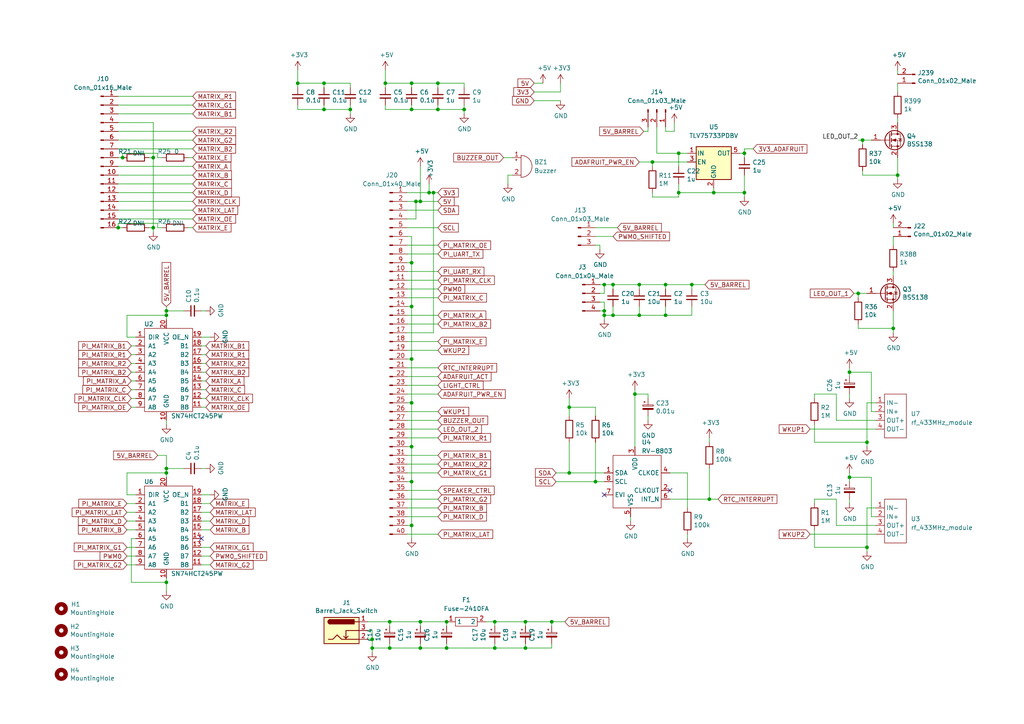
<source format=kicad_sch>
(kicad_sch (version 20231120) (generator "eeschema") (generator_version "8.0")
  (paper "A4")
  (junction (at 48.26 91.44))
  (junction (at 207.01 55.88))
  (junction (at 184.15 114.3))
  (junction (at 127 24.13))
  (junction (at 119.38 76.2))
  (junction (at 119.38 116.84))
  (junction (at 35.56 45.72))
  (junction (at 193.04 91.44))
  (junction (at 185.42 91.44))
  (junction (at 120.65 58.42))
  (junction (at 134.62 31.75))
  (junction (at 107.95 185.42))
  (junction (at 111.76 24.13))
  (junction (at 129.54 187.96))
  (junction (at 119.38 152.4))
  (junction (at 121.92 180.34))
  (junction (at 119.38 139.7))
  (junction (at 246.38 138.43))
  (junction (at 119.38 129.54))
  (junction (at 250.19 40.64))
  (junction (at 260.35 50.8))
  (junction (at 119.38 88.9))
  (junction (at 152.4 180.34))
  (junction (at 196.85 44.45))
  (junction (at 44.45 45.72))
  (junction (at 44.45 66.04))
  (junction (at 251.46 128.27))
  (junction (at 86.36 24.13))
  (junction (at 152.4 187.96))
  (junction (at 93.98 24.13))
  (junction (at 125.73 55.88))
  (junction (at 121.92 58.42))
  (junction (at 175.26 90.17))
  (junction (at 215.9 44.45))
  (junction (at 107.95 187.96))
  (junction (at 127 31.75))
  (junction (at 93.98 31.75))
  (junction (at 205.74 144.78))
  (junction (at 124.46 55.88))
  (junction (at 175.26 82.55))
  (junction (at 165.1 137.16))
  (junction (at 119.38 104.14))
  (junction (at 193.04 82.55))
  (junction (at 177.8 91.44))
  (junction (at 251.46 158.75))
  (junction (at 177.8 82.55))
  (junction (at 48.26 135.89))
  (junction (at 248.92 85.09))
  (junction (at 113.03 187.96))
  (junction (at 143.51 180.34))
  (junction (at 185.42 82.55))
  (junction (at 129.54 180.34))
  (junction (at 143.51 187.96))
  (junction (at 246.38 107.95))
  (junction (at 48.26 90.17))
  (junction (at 113.03 180.34))
  (junction (at 119.38 24.13))
  (junction (at 215.9 55.88))
  (junction (at 189.23 46.99))
  (junction (at 172.72 139.7))
  (junction (at 48.26 168.91))
  (junction (at 34.29 66.04))
  (junction (at 101.6 31.75))
  (junction (at 200.66 82.55))
  (junction (at 175.26 91.44))
  (junction (at 119.38 31.75))
  (junction (at 48.26 137.16))
  (junction (at 196.85 55.88))
  (junction (at 160.02 180.34))
  (junction (at 121.92 187.96))
  (junction (at 165.1 118.11))
  (junction (at 259.08 95.25))
  (no_connect (at 58.42 -6.35))
  (no_connect (at 58.42 156.21))
  (no_connect (at 175.26 143.51))
  (no_connect (at 194.31 142.24))
  (wire (pts (xy 195.58 38.1) (xy 195.58 35.56)))
  (wire (pts (xy 172.72 68.58) (xy 177.8 68.58)))
  (wire (pts (xy 118.11 149.86) (xy 127 149.86)))
  (wire (pts (xy 34.29 30.48) (xy 55.88 30.48)))
  (wire (pts (xy 48.26 90.17) (xy 48.26 91.44)))
  (wire (pts (xy 36.83 163.83) (xy 39.37 163.83)))
  (wire (pts (xy 118.11 154.94) (xy 127 154.94)))
  (wire (pts (xy 118.11 119.38) (xy 127 119.38)))
  (wire (pts (xy 118.11 55.88) (xy 124.46 55.88)))
  (wire (pts (xy 184.15 114.3) (xy 187.96 114.3)))
  (wire (pts (xy 215.9 55.88) (xy 215.9 57.15)))
  (wire (pts (xy 118.11 134.62) (xy 127 134.62)))
  (wire (pts (xy 143.51 180.34) (xy 152.4 180.34)))
  (wire (pts (xy 251.46 116.84) (xy 251.46 128.27)))
  (wire (pts (xy 58.42 100.33) (xy 59.69 100.33)))
  (wire (pts (xy 254 152.4) (xy 242.57 152.4)))
  (wire (pts (xy 118.11 124.46) (xy 127 124.46)))
  (wire (pts (xy 34.29 33.02) (xy 55.88 33.02)))
  (wire (pts (xy 236.22 144.78) (xy 236.22 146.05)))
  (wire (pts (xy 190.5 44.45) (xy 196.85 44.45)))
  (wire (pts (xy 48.26 135.89) (xy 48.26 137.16)))
  (wire (pts (xy 177.8 91.44) (xy 175.26 91.44)))
  (wire (pts (xy 207.01 55.88) (xy 215.9 55.88)))
  (wire (pts (xy 252.73 40.64) (xy 250.19 40.64)))
  (wire (pts (xy 58.42 105.41) (xy 59.69 105.41)))
  (wire (pts (xy 34.29 53.34) (xy 55.88 53.34)))
  (wire (pts (xy 38.1 168.91) (xy 48.26 168.91)))
  (wire (pts (xy 152.4 180.34) (xy 152.4 181.61)))
  (wire (pts (xy 107.95 185.42) (xy 107.95 182.88)))
  (wire (pts (xy 160.02 180.34) (xy 160.02 181.61)))
  (wire (pts (xy 118.11 93.98) (xy 127 93.98)))
  (wire (pts (xy 38.1 100.33) (xy 39.37 100.33)))
  (wire (pts (xy 119.38 76.2) (xy 119.38 68.58)))
  (wire (pts (xy 118.11 139.7) (xy 119.38 139.7)))
  (wire (pts (xy 250.19 40.64) (xy 250.19 41.91)))
  (wire (pts (xy 251.46 158.75) (xy 251.46 160.02)))
  (wire (pts (xy 259.08 66.04) (xy 259.08 64.77)))
  (wire (pts (xy 34.29 48.26) (xy 55.88 48.26)))
  (wire (pts (xy 48.26 168.91) (xy 48.26 171.45)))
  (wire (pts (xy 254 149.86) (xy 252.73 149.86)))
  (wire (pts (xy 107.95 182.88) (xy 106.68 182.88)))
  (wire (pts (xy 119.38 24.13) (xy 111.76 24.13)))
  (wire (pts (xy 107.95 187.96) (xy 107.95 189.23)))
  (wire (pts (xy 127 24.13) (xy 127 25.4)))
  (wire (pts (xy 242.57 121.92) (xy 242.57 114.3)))
  (wire (pts (xy 34.29 27.94) (xy 55.88 27.94)))
  (wire (pts (xy 184.15 114.3) (xy 184.15 129.54)))
  (wire (pts (xy 165.1 118.11) (xy 165.1 120.65)))
  (wire (pts (xy 196.85 55.88) (xy 207.01 55.88)))
  (wire (pts (xy 175.26 92.71) (xy 175.26 91.44)))
  (wire (pts (xy 35.56 44.45) (xy 35.56 45.72)))
  (wire (pts (xy 175.26 85.09) (xy 173.99 85.09)))
  (wire (pts (xy 246.38 107.95) (xy 246.38 109.22)))
  (wire (pts (xy 250.19 40.64) (xy 248.92 40.64)))
  (wire (pts (xy 36.83 91.44) (xy 36.83 97.79)))
  (wire (pts (xy 242.57 114.3) (xy 236.22 114.3)))
  (wire (pts (xy 111.76 31.75) (xy 119.38 31.75)))
  (wire (pts (xy 48.26 132.08) (xy 45.72 132.08)))
  (wire (pts (xy 111.76 25.4) (xy 111.76 24.13)))
  (wire (pts (xy 58.42 118.11) (xy 59.69 118.11)))
  (wire (pts (xy 186.69 38.1) (xy 187.96 38.1)))
  (wire (pts (xy 44.45 35.56) (xy 44.45 45.72)))
  (wire (pts (xy 236.22 128.27) (xy 236.22 123.19)))
  (wire (pts (xy 173.99 71.12) (xy 173.99 72.39)))
  (wire (pts (xy 165.1 137.16) (xy 175.26 137.16)))
  (wire (pts (xy 118.11 83.82) (xy 127 83.82)))
  (wire (pts (xy 193.04 82.55) (xy 193.04 83.82)))
  (wire (pts (xy 119.38 116.84) (xy 119.38 129.54)))
  (wire (pts (xy 182.88 149.86) (xy 182.88 151.13)))
  (wire (pts (xy 172.72 71.12) (xy 173.99 71.12)))
  (wire (pts (xy 118.11 147.32) (xy 127 147.32)))
  (wire (pts (xy 193.04 36.83) (xy 193.04 38.1)))
  (wire (pts (xy 127 24.13) (xy 119.38 24.13)))
  (wire (pts (xy 118.11 109.22) (xy 127 109.22)))
  (wire (pts (xy 106.68 185.42) (xy 107.95 185.42)))
  (wire (pts (xy 48.26 135.89) (xy 53.34 135.89)))
  (wire (pts (xy 187.96 120.65) (xy 187.96 121.92)))
  (wire (pts (xy 215.9 44.45) (xy 214.63 44.45)))
  (wire (pts (xy 199.39 154.94) (xy 199.39 156.21)))
  (wire (pts (xy 118.11 106.68) (xy 127 106.68)))
  (wire (pts (xy 54.61 45.72) (xy 55.88 45.72)))
  (wire (pts (xy 251.46 147.32) (xy 251.46 158.75)))
  (wire (pts (xy 259.08 95.25) (xy 259.08 90.17)))
  (wire (pts (xy 119.38 139.7) (xy 119.38 129.54)))
  (wire (pts (xy 165.1 128.27) (xy 165.1 137.16)))
  (wire (pts (xy 48.26 90.17) (xy 53.34 90.17)))
  (wire (pts (xy 250.19 50.8) (xy 260.35 50.8)))
  (wire (pts (xy 127 71.12) (xy 118.11 71.12)))
  (wire (pts (xy 236.22 114.3) (xy 236.22 115.57)))
  (wire (pts (xy 36.83 143.51) (xy 39.37 143.51)))
  (wire (pts (xy 45.72 64.77) (xy 34.29 64.77)))
  (wire (pts (xy 118.11 96.52) (xy 125.73 96.52)))
  (wire (pts (xy 118.11 73.66) (xy 127 73.66)))
  (wire (pts (xy 86.36 25.4) (xy 86.36 24.13)))
  (wire (pts (xy 36.83 137.16) (xy 48.26 137.16)))
  (wire (pts (xy 161.29 139.7) (xy 172.72 139.7)))
  (wire (pts (xy 45.72 44.45) (xy 35.56 44.45)))
  (wire (pts (xy 200.66 91.44) (xy 193.04 91.44)))
  (wire (pts (xy 36.83 146.05) (xy 39.37 146.05)))
  (wire (pts (xy 173.99 90.17) (xy 175.26 90.17)))
  (wire (pts (xy 207.01 54.61) (xy 207.01 55.88)))
  (wire (pts (xy 200.66 82.55) (xy 200.66 83.82)))
  (wire (pts (xy 189.23 55.88) (xy 189.23 57.15)))
  (wire (pts (xy 34.29 35.56) (xy 44.45 35.56)))
  (wire (pts (xy 196.85 44.45) (xy 196.85 48.26)))
  (wire (pts (xy 160.02 186.69) (xy 160.02 187.96)))
  (wire (pts (xy 46.99 45.72) (xy 45.72 45.72)))
  (wire (pts (xy 172.72 139.7) (xy 175.26 139.7)))
  (wire (pts (xy 121.92 58.42) (xy 121.92 48.26)))
  (wire (pts (xy 118.11 81.28) (xy 127 81.28)))
  (wire (pts (xy 215.9 45.72) (xy 215.9 44.45)))
  (wire (pts (xy 196.85 57.15) (xy 196.85 55.88)))
  (wire (pts (xy 252.73 138.43) (xy 252.73 149.86)))
  (wire (pts (xy 48.26 88.9) (xy 48.26 90.17)))
  (wire (pts (xy 248.92 93.98) (xy 248.92 95.25)))
  (wire (pts (xy 120.65 63.5) (xy 120.65 58.42)))
  (wire (pts (xy 234.95 124.46) (xy 254 124.46)))
  (wire (pts (xy 160.02 180.34) (xy 163.83 180.34)))
  (wire (pts (xy 58.42 135.89) (xy 59.69 135.89)))
  (wire (pts (xy 113.03 180.34) (xy 121.92 180.34)))
  (wire (pts (xy 134.62 24.13) (xy 127 24.13)))
  (wire (pts (xy 118.11 142.24) (xy 127 142.24)))
  (wire (pts (xy 129.54 187.96) (xy 121.92 187.96)))
  (wire (pts (xy 45.72 45.72) (xy 45.72 44.45)))
  (wire (pts (xy 36.83 91.44) (xy 48.26 91.44)))
  (wire (pts (xy 86.36 31.75) (xy 93.98 31.75)))
  (wire (pts (xy 93.98 24.13) (xy 86.36 24.13)))
  (wire (pts (xy 251.46 128.27) (xy 251.46 129.54)))
  (wire (pts (xy 106.68 180.34) (xy 113.03 180.34)))
  (wire (pts (xy 129.54 187.96) (xy 143.51 187.96)))
  (wire (pts (xy 260.35 26.67) (xy 260.35 24.13)))
  (wire (pts (xy 259.08 71.12) (xy 259.08 68.58)))
  (wire (pts (xy 196.85 44.45) (xy 199.39 44.45)))
  (wire (pts (xy 260.35 50.8) (xy 260.35 45.72)))
  (wire (pts (xy 127 31.75) (xy 134.62 31.75)))
  (wire (pts (xy 119.38 88.9) (xy 119.38 76.2)))
  (wire (pts (xy 111.76 20.32) (xy 111.76 24.13)))
  (wire (pts (xy 34.29 38.1) (xy 55.88 38.1)))
  (wire (pts (xy 125.73 55.88) (xy 127 55.88)))
  (wire (pts (xy 121.92 186.69) (xy 121.92 187.96)))
  (wire (pts (xy 111.76 30.48) (xy 111.76 31.75)))
  (wire (pts (xy 193.04 88.9) (xy 193.04 91.44)))
  (wire (pts (xy 248.92 85.09) (xy 247.65 85.09)))
  (wire (pts (xy 118.11 99.06) (xy 127 99.06)))
  (wire (pts (xy 146.05 45.72) (xy 148.59 45.72)))
  (wire (pts (xy 252.73 107.95) (xy 252.73 119.38)))
  (wire (pts (xy 250.19 49.53) (xy 250.19 50.8)))
  (wire (pts (xy 157.48 24.13) (xy 154.94 24.13)))
  (wire (pts (xy 86.36 20.32) (xy 86.36 24.13)))
  (wire (pts (xy 189.23 57.15) (xy 196.85 57.15)))
  (wire (pts (xy 175.26 87.63) (xy 173.99 87.63)))
  (wire (pts (xy 36.83 151.13) (xy 39.37 151.13)))
  (wire (pts (xy 38.1 105.41) (xy 39.37 105.41)))
  (wire (pts (xy 200.66 88.9) (xy 200.66 91.44)))
  (wire (pts (xy 154.94 29.21) (xy 162.56 29.21)))
  (wire (pts (xy 113.03 180.34) (xy 113.03 181.61)))
  (wire (pts (xy 242.57 152.4) (xy 242.57 144.78)))
  (wire (pts (xy 246.38 137.16) (xy 246.38 138.43)))
  (wire (pts (xy 193.04 91.44) (xy 185.42 91.44)))
  (wire (pts (xy 118.11 111.76) (xy 127 111.76)))
  (wire (pts (xy 121.92 180.34) (xy 121.92 181.61)))
  (wire (pts (xy 129.54 180.34) (xy 129.54 181.61)))
  (wire (pts (xy 193.04 82.55) (xy 200.66 82.55)))
  (wire (pts (xy 34.29 50.8) (xy 55.88 50.8)))
  (wire (pts (xy 48.26 91.44) (xy 48.26 92.71)))
  (wire (pts (xy 121.92 180.34) (xy 129.54 180.34)))
  (wire (pts (xy 162.56 26.67) (xy 162.56 24.13)))
  (wire (pts (xy 38.1 102.87) (xy 39.37 102.87)))
  (wire (pts (xy 215.9 55.88) (xy 215.9 50.8)))
  (wire (pts (xy 118.11 116.84) (xy 119.38 116.84)))
  (wire (pts (xy 252.73 107.95) (xy 246.38 107.95)))
  (wire (pts (xy 260.35 35.56) (xy 260.35 34.29)))
  (wire (pts (xy 118.11 60.96) (xy 127 60.96)))
  (wire (pts (xy 48.26 123.19) (xy 48.26 121.92)))
  (wire (pts (xy 161.29 137.16) (xy 165.1 137.16)))
  (wire (pts (xy 119.38 104.14) (xy 119.38 116.84)))
  (wire (pts (xy 86.36 30.48) (xy 86.36 31.75)))
  (wire (pts (xy 58.42 113.03) (xy 59.69 113.03)))
  (wire (pts (xy 48.26 132.08) (xy 48.26 135.89)))
  (wire (pts (xy 34.29 40.64) (xy 55.88 40.64)))
  (wire (pts (xy 38.1 115.57) (xy 39.37 115.57)))
  (wire (pts (xy 118.11 121.92) (xy 127 121.92)))
  (wire (pts (xy 248.92 85.09) (xy 248.92 86.36)))
  (wire (pts (xy 93.98 31.75) (xy 101.6 31.75)))
  (wire (pts (xy 185.42 46.99) (xy 189.23 46.99)))
  (wire (pts (xy 101.6 30.48) (xy 101.6 31.75)))
  (wire (pts (xy 134.62 31.75) (xy 134.62 33.02)))
  (wire (pts (xy 173.99 82.55) (xy 175.26 82.55)))
  (wire (pts (xy 119.38 104.14) (xy 119.38 88.9)))
  (wire (pts (xy 147.32 53.34) (xy 147.32 50.8)))
  (wire (pts (xy 118.11 101.6) (xy 127 101.6)))
  (wire (pts (xy 118.11 129.54) (xy 119.38 129.54)))
  (wire (pts (xy 200.66 82.55) (xy 204.47 82.55)))
  (wire (pts (xy 193.04 38.1) (xy 195.58 38.1)))
  (wire (pts (xy 246.38 139.7) (xy 246.38 138.43)))
  (wire (pts (xy 147.32 50.8) (xy 148.59 50.8)))
  (wire (pts (xy 125.73 96.52) (xy 125.73 55.88)))
  (wire (pts (xy 205.74 135.89) (xy 205.74 144.78)))
  (wire (pts (xy 234.95 154.94) (xy 254 154.94)))
  (wire (pts (xy 58.42 153.67) (xy 60.96 153.67)))
  (wire (pts (xy 134.62 31.75) (xy 134.62 30.48)))
  (wire (pts (xy 36.83 158.75) (xy 39.37 158.75)))
  (wire (pts (xy 205.74 127) (xy 205.74 128.27)))
  (wire (pts (xy 172.72 120.65) (xy 172.72 118.11)))
  (wire (pts (xy 118.11 114.3) (xy 127 114.3)))
  (wire (pts (xy 93.98 30.48) (xy 93.98 31.75)))
  (wire (pts (xy 38.1 156.21) (xy 39.37 156.21)))
  (wire (pts (xy 190.5 36.83) (xy 190.5 44.45)))
  (wire (pts (xy 205.74 144.78) (xy 208.28 144.78)))
  (wire (pts (xy 246.38 114.3) (xy 246.38 115.57)))
  (wire (pts (xy 127 30.48) (xy 127 31.75)))
  (wire (pts (xy 58.42 148.59) (xy 60.96 148.59)))
  (wire (pts (xy 34.29 66.04) (xy 35.56 66.04)))
  (wire (pts (xy 120.65 58.42) (xy 121.92 58.42)))
  (wire (pts (xy 119.38 31.75) (xy 127 31.75)))
  (wire (pts (xy 118.11 76.2) (xy 119.38 76.2)))
  (wire (pts (xy 118.11 78.74) (xy 127 78.74)))
  (wire (pts (xy 119.38 24.13) (xy 119.38 25.4)))
  (wire (pts (xy 175.26 90.17) (xy 175.26 87.63)))
  (wire (pts (xy 199.39 137.16) (xy 194.31 137.16)))
  (wire (pts (xy 34.29 55.88) (xy 55.88 55.88)))
  (wire (pts (xy 143.51 180.34) (xy 143.51 181.61)))
  (wire (pts (xy 118.11 137.16) (xy 127 137.16)))
  (wire (pts (xy 172.72 66.04) (xy 179.07 66.04)))
  (wire (pts (xy 58.42 90.17) (xy 59.69 90.17)))
  (wire (pts (xy 54.61 66.04) (xy 55.88 66.04)))
  (wire (pts (xy 129.54 186.69) (xy 129.54 187.96)))
  (wire (pts (xy 58.42 161.29) (xy 60.96 161.29)))
  (wire (pts (xy 118.11 127) (xy 127 127)))
  (wire (pts (xy 45.72 66.04) (xy 45.72 64.77)))
  (wire (pts (xy 121.92 58.42) (xy 127 58.42)))
  (wire (pts (xy 119.38 156.21) (xy 119.38 152.4)))
  (wire (pts (xy 58.42 163.83) (xy 60.96 163.83)))
  (wire (pts (xy 172.72 128.27) (xy 172.72 139.7)))
  (wire (pts (xy 44.45 66.04) (xy 44.45 67.31)))
  (wire (pts (xy 177.8 88.9) (xy 177.8 91.44)))
  (wire (pts (xy 143.51 187.96) (xy 143.51 186.69)))
  (wire (pts (xy 101.6 24.13) (xy 93.98 24.13)))
  (wire (pts (xy 48.26 167.64) (xy 48.26 168.91)))
  (wire (pts (xy 177.8 82.55) (xy 177.8 83.82)))
  (wire (pts (xy 172.72 118.11) (xy 165.1 118.11)))
  (wire (pts (xy 236.22 158.75) (xy 236.22 153.67)))
  (wire (pts (xy 246.38 106.68) (xy 246.38 107.95)))
  (wire (pts (xy 118.11 86.36) (xy 127 86.36)))
  (wire (pts (xy 38.1 113.03) (xy 39.37 113.03)))
  (wire (pts (xy 185.42 82.55) (xy 185.42 83.82)))
  (wire (pts (xy 152.4 180.34) (xy 160.02 180.34)))
  (wire (pts (xy 34.29 58.42) (xy 55.88 58.42)))
  (wire (pts (xy 160.02 187.96) (xy 152.4 187.96)))
  (wire (pts (xy 254 147.32) (xy 251.46 147.32)))
  (wire (pts (xy 36.83 137.16) (xy 36.83 143.51)))
  (wire (pts (xy 38.1 107.95) (xy 39.37 107.95)))
  (wire (pts (xy 58.42 102.87) (xy 59.69 102.87)))
  (wire (pts (xy 134.62 25.4) (xy 134.62 24.13)))
  (wire (pts (xy 259.08 96.52) (xy 259.08 95.25)))
  (wire (pts (xy 236.22 158.75) (xy 251.46 158.75)))
  (wire (pts (xy 36.83 161.29) (xy 39.37 161.29)))
  (wire (pts (xy 58.42 110.49) (xy 59.69 110.49)))
  (wire (pts (xy 36.83 97.79) (xy 39.37 97.79)))
  (wire (pts (xy 119.38 68.58) (xy 118.11 68.58)))
  (wire (pts (xy 187.96 38.1) (xy 187.96 36.83)))
  (wire (pts (xy 165.1 115.57) (xy 165.1 118.11)))
  (wire (pts (xy 185.42 91.44) (xy 177.8 91.44)))
  (wire (pts (xy 251.46 85.09) (xy 248.92 85.09)))
  (wire (pts (xy 185.42 88.9) (xy 185.42 91.44)))
  (wire (pts (xy 101.6 24.13) (xy 101.6 25.4)))
  (wire (pts (xy 124.46 55.88) (xy 125.73 55.88)))
  (wire (pts (xy 58.42 107.95) (xy 59.69 107.95)))
  (wire (pts (xy 254 121.92) (xy 242.57 121.92)))
  (wire (pts (xy 118.11 58.42) (xy 120.65 58.42)))
  (wire (pts (xy 118.11 66.04) (xy 127 66.04)))
  (wire (pts (xy 101.6 31.75) (xy 101.6 33.02)))
  (wire (pts (xy 34.29 43.18) (xy 55.88 43.18)))
  (wire (pts (xy 236.22 128.27) (xy 251.46 128.27)))
  (wire (pts (xy 58.42 143.51) (xy 60.96 143.51)))
  (wire (pts (xy 246.38 144.78) (xy 246.38 146.05)))
  (wire (pts (xy 184.15 113.03) (xy 184.15 114.3)))
  (wire (pts (xy 43.18 66.04) (xy 44.45 66.04)))
  (wire (pts (xy 259.08 80.01) (xy 259.08 78.74)))
  (wire (pts (xy 36.83 148.59) (xy 39.37 148.59)))
  (wire (pts (xy 44.45 45.72) (xy 44.45 66.04)))
  (wire (pts (xy 254 119.38) (xy 252.73 119.38)))
  (wire (pts (xy 189.23 46.99) (xy 189.23 48.26)))
  (wire (pts (xy 38.1 118.11) (xy 39.37 118.11)))
  (wire (pts (xy 260.35 52.07) (xy 260.35 50.8)))
  (wire (pts (xy 107.95 185.42) (xy 107.95 187.96)))
  (wire (pts (xy 119.38 152.4) (xy 119.38 139.7)))
  (wire (pts (xy 58.42 97.79) (xy 60.96 97.79)))
  (wire (pts (xy 118.11 152.4) (xy 119.38 152.4)))
  (wire (pts (xy 118.11 91.44) (xy 127 91.44)))
  (wire (pts (xy 107.95 187.96) (xy 113.03 187.96)))
  (wire (pts (xy 242.57 144.78) (xy 236.22 144.78)))
  (wire (pts (xy 58.42 158.75) (xy 60.96 158.75)))
  (wire (pts (xy 34.29 45.72) (xy 35.56 45.72)))
  (wire (pts (xy 58.42 146.05) (xy 60.96 146.05)))
  (wire (pts (xy 175.26 82.55) (xy 177.8 82.55)))
  (wire (pts (xy 246.38 138.43) (xy 252.73 138.43)))
  (wire (pts (xy 154.94 26.67) (xy 162.56 26.67)))
  (wire (pts (xy 36.83 153.67) (xy 39.37 153.67)))
  (wire (pts (xy 38.1 156.21) (xy 38.1 168.91)))
  (wire (pts (xy 189.23 46.99) (xy 199.39 46.99)))
  (wire (pts (xy 199.39 147.32) (xy 199.39 137.16)))
  (wire (pts (xy 218.44 43.18) (xy 215.9 43.18)))
  (wire (pts (xy 38.1 110.49) (xy 39.37 110.49)))
  (wire (pts (xy 248.92 95.25) (xy 259.08 95.25)))
  (wire (pts (xy 118.11 88.9) (xy 119.38 88.9)))
  (wire (pts (xy 34.29 64.77) (xy 34.29 66.04)))
  (wire (pts (xy 177.8 82.55) (xy 185.42 82.55)))
  (wire (pts (xy 140.97 180.34) (xy 143.51 180.34)))
  (wire (pts (xy 175.26 82.55) (xy 175.26 85.09)))
  (wire (pts (xy 118.11 132.08) (xy 127 132.08)))
  (wire (pts (xy 175.26 91.44) (xy 175.26 90.17)))
  (wire (pts (xy 254 116.84) (xy 251.46 116.84)))
  (wire (pts (xy 43.18 45.72) (xy 44.45 45.72)))
  (wire (pts (xy 185.42 82.55) (xy 193.04 82.55)))
  (wire (pts (xy 196.85 53.34) (xy 196.85 55.88)))
  (wire (pts (xy 58.42 151.13) (xy 60.96 151.13)))
  (wire (pts (xy 260.35 21.59) (xy 260.35 20.32)))
  (wire (pts (xy 121.92 187.96) (xy 113.03 187.96)))
  (wire (pts (xy 152.4 186.69) (xy 152.4 187.96)))
  (wire (pts (xy 118.11 63.5) (xy 120.65 63.5)))
  (wire (pts (xy 119.38 30.48) (xy 119.38 31.75)))
  (wire (pts (xy 124.46 55.88) (xy 124.46 53.34)))
  (wire (pts (xy 118.11 104.14) (xy 119.38 104.14)))
  (wire (pts (xy 194.31 144.78) (xy 205.74 144.78)))
  (wire (pts (xy 93.98 24.13) (xy 93.98 25.4)))
  (wire (pts (xy 48.26 137.16) (xy 48.26 138.43)))
  (wire (pts (xy 46.99 66.04) (xy 45.72 66.04)))
  (wire (pts (xy 34.29 63.5) (xy 55.88 63.5)))
  (wire (pts (xy 215.9 43.18) (xy 215.9 44.45)))
  (wire (pts (xy 152.4 187.96) (xy 143.51 187.96)))
  (wire (pts (xy 113.03 186.69) (xy 113.03 187.96)))
  (wire (pts (xy 118.11 144.78) (xy 127 144.78)))
  (wire (pts (xy 34.29 60.96) (xy 55.88 60.96)))
  (wire (pts (xy 58.42 115.57) (xy 59.69 115.57)))
  (wire (pts (xy 187.96 114.3) (xy 187.96 115.57)))
  (label "LED_OUT_2" (at 248.92 40.64 180))
  (global_label "MATRIX_G2" (shape input) (at 55.88 40.64 0) (property "Intersheetrefs" "${INTERSHEET_REFS}" (effects (hide yes))))
  (global_label "PI_UART_RX" (shape input) (at 127 78.74 0) (property "Intersheetrefs" "${INTERSHEET_REFS}" (effects (hide yes))))
  (global_label "ADAFRUIT_ACT" (shape input) (at 127 109.22 0) (property "Intersheetrefs" "${INTERSHEET_REFS}" (effects (hide yes))))
  (global_label "PI_MATRIX_C" (shape input) (at 38.1 113.03 180) (property "Intersheetrefs" "${INTERSHEET_REFS}" (effects (hide yes))))
  (global_label "MATRIX_B1" (shape input) (at 59.69 100.33 0) (property "Intersheetrefs" "${INTERSHEET_REFS}" (effects (hide yes))))
  (global_label "PI_MATRIX_B1" (shape input) (at 38.1 100.33 180) (property "Intersheetrefs" "${INTERSHEET_REFS}" (effects (hide yes))))
  (global_label "SDA" (shape input) (at 127 60.96 0) (property "Intersheetrefs" "${INTERSHEET_REFS}" (effects (hide yes))))
  (global_label "MATRIX_D" (shape input) (at 60.96 151.13 0) (property "Intersheetrefs" "${INTERSHEET_REFS}" (effects (hide yes))))
  (global_label "PI_MATRIX_B2" (shape input) (at 127 93.98 0) (property "Intersheetrefs" "${INTERSHEET_REFS}" (effects (hide yes))))
  (global_label "MATRIX_E" (shape input) (at 55.88 66.04 0) (property "Intersheetrefs" "${INTERSHEET_REFS}" (effects (hide yes))))
  (global_label "SPEAKER_CTRL" (shape input) (at 127 142.24 0) (property "Intersheetrefs" "${INTERSHEET_REFS}" (effects (hide yes))))
  (global_label "5V_BARREL" (shape input) (at 179.07 66.04 0) (property "Intersheetrefs" "${INTERSHEET_REFS}" (effects (hide yes))))
  (global_label "GND" (shape input) (at 154.94 29.21 180) (property "Intersheetrefs" "${INTERSHEET_REFS}" (effects (hide yes))))
  (global_label "PI_MATRIX_D" (shape input) (at 36.83 151.13 180) (property "Intersheetrefs" "${INTERSHEET_REFS}" (effects (hide yes))))
  (global_label "5V" (shape input) (at 154.94 24.13 180) (property "Intersheetrefs" "${INTERSHEET_REFS}" (effects (hide yes))))
  (global_label "MATRIX_B2" (shape input) (at 55.88 43.18 0) (property "Intersheetrefs" "${INTERSHEET_REFS}" (effects (hide yes))))
  (global_label "LIGHT_CTRL" (shape input) (at 127 111.76 0) (property "Intersheetrefs" "${INTERSHEET_REFS}" (effects (hide yes))))
  (global_label "MATRIX_E" (shape input) (at 55.88 45.72 0) (property "Intersheetrefs" "${INTERSHEET_REFS}" (effects (hide yes))))
  (global_label "PI_MATRIX_OE" (shape input) (at 127 71.12 0) (property "Intersheetrefs" "${INTERSHEET_REFS}" (effects (hide yes))))
  (global_label "WKUP1" (shape input) (at 127 119.38 0) (property "Intersheetrefs" "${INTERSHEET_REFS}" (effects (hide yes))))
  (global_label "5V_BARREL" (shape input) (at 204.47 82.55 0) (property "Intersheetrefs" "${INTERSHEET_REFS}" (effects (hide yes))))
  (global_label "MATRIX_OE" (shape input) (at 59.69 118.11 0) (property "Intersheetrefs" "${INTERSHEET_REFS}" (effects (hide yes))))
  (global_label "5V" (shape input) (at 127 58.42 0) (property "Intersheetrefs" "${INTERSHEET_REFS}" (effects (hide yes))))
  (global_label "3V3" (shape input) (at 127 55.88 0) (property "Intersheetrefs" "${INTERSHEET_REFS}" (effects (hide yes))))
  (global_label "PI_MATRIX_OE" (shape input) (at 38.1 118.11 180) (property "Intersheetrefs" "${INTERSHEET_REFS}" (effects (hide yes))))
  (global_label "PI_MATRIX_A" (shape input) (at 38.1 110.49 180) (property "Intersheetrefs" "${INTERSHEET_REFS}" (effects (hide yes))))
  (global_label "MATRIX_CLK" (shape input) (at 59.69 115.57 0) (property "Intersheetrefs" "${INTERSHEET_REFS}" (effects (hide yes))))
  (global_label "PI_MATRIX_B" (shape input) (at 36.83 153.67 180) (property "Intersheetrefs" "${INTERSHEET_REFS}" (effects (hide yes))))
  (global_label "PI_MATRIX_B2" (shape input) (at 38.1 107.95 180) (property "Intersheetrefs" "${INTERSHEET_REFS}" (effects (hide yes))))
  (global_label "MATRIX_B1" (shape input) (at 55.88 33.02 0) (property "Intersheetrefs" "${INTERSHEET_REFS}" (effects (hide yes))))
  (global_label "MATRIX_G2" (shape input) (at 60.96 163.83 0) (property "Intersheetrefs" "${INTERSHEET_REFS}" (effects (hide yes))))
  (global_label "PI_MATRIX_A" (shape input) (at 127 91.44 0) (property "Intersheetrefs" "${INTERSHEET_REFS}" (effects (hide yes))))
  (global_label "PI_MATRIX_E" (shape input) (at 127 99.06 0) (property "Intersheetrefs" "${INTERSHEET_REFS}" (effects (hide yes))))
  (global_label "PI_MATRIX_R1" (shape input) (at 127 127 0) (property "Intersheetrefs" "${INTERSHEET_REFS}" (effects (hide yes))))
  (global_label "MATRIX_LAT" (shape input) (at 60.96 148.59 0) (property "Intersheetrefs" "${INTERSHEET_REFS}" (effects (hide yes))))
  (global_label "LED_OUT_2" (shape input) (at 127 124.46 0) (property "Intersheetrefs" "${INTERSHEET_REFS}" (effects (hide yes))))
  (global_label "PI_MATRIX_D" (shape input) (at 127 149.86 0) (property "Intersheetrefs" "${INTERSHEET_REFS}" (effects (hide yes))))
  (global_label "PI_MATRIX_LAT" (shape input) (at 127 154.94 0) (property "Intersheetrefs" "${INTERSHEET_REFS}" (effects (hide yes))))
  (global_label "SCL" (shape input) (at 161.29 139.7 180) (property "Intersheetrefs" "${INTERSHEET_REFS}" (effects (hide yes))))
  (global_label "MATRIX_D" (shape input) (at 55.88 55.88 0) (property "Intersheetrefs" "${INTERSHEET_REFS}" (effects (hide yes))))
  (global_label "5V_BARREL" (shape input) (at 163.83 180.34 0) (property "Intersheetrefs" "${INTERSHEET_REFS}" (effects (hide yes))))
  (global_label "WKUP2" (shape input) (at 127 101.6 0) (property "Intersheetrefs" "${INTERSHEET_REFS}" (effects (hide yes))))
  (global_label "MATRIX_A" (shape input) (at 59.69 110.49 0) (property "Intersheetrefs" "${INTERSHEET_REFS}" (effects (hide yes))))
  (global_label "MATRIX_C" (shape input) (at 55.88 53.34 0) (property "Intersheetrefs" "${INTERSHEET_REFS}" (effects (hide yes))))
  (global_label "PI_MATRIX_LAT" (shape input) (at 36.83 148.59 180) (property "Intersheetrefs" "${INTERSHEET_REFS}" (effects (hide yes))))
  (global_label "3V3" (shape input) (at 154.94 26.67 180) (property "Intersheetrefs" "${INTERSHEET_REFS}" (effects (hide yes))))
  (global_label "ADAFRUIT_PWR_EN" (shape input) (at 185.42 46.99 180) (property "Intersheetrefs" "${INTERSHEET_REFS}" (effects (hide yes))))
  (global_label "PI_MATRIX_C" (shape input) (at 127 86.36 0) (property "Intersheetrefs" "${INTERSHEET_REFS}" (effects (hide yes))))
  (global_label "SDA" (shape input) (at 161.29 137.16 180) (property "Intersheetrefs" "${INTERSHEET_REFS}" (effects (hide yes))))
  (global_label "PI_MATRIX_B1" (shape input) (at 127 132.08 0) (property "Intersheetrefs" "${INTERSHEET_REFS}" (effects (hide yes))))
  (global_label "MATRIX_B2" (shape input) (at 59.69 107.95 0) (property "Intersheetrefs" "${INTERSHEET_REFS}" (effects (hide yes))))
  (global_label "PI_MATRIX_B" (shape input) (at 127 147.32 0) (property "Intersheetrefs" "${INTERSHEET_REFS}" (effects (hide yes))))
  (global_label "MATRIX_LAT" (shape input) (at 55.88 60.96 0) (property "Intersheetrefs" "${INTERSHEET_REFS}" (effects (hide yes))))
  (global_label "MATRIX_CLK" (shape input) (at 55.88 58.42 0) (property "Intersheetrefs" "${INTERSHEET_REFS}" (effects (hide yes))))
  (global_label "MATRIX_B" (shape input) (at 55.88 50.8 0) (property "Intersheetrefs" "${INTERSHEET_REFS}" (effects (hide yes))))
  (global_label "SCL" (shape input) (at 127 66.04 0) (property "Intersheetrefs" "${INTERSHEET_REFS}" (effects (hide yes))))
  (global_label "MATRIX_E" (shape input) (at 60.96 146.05 0) (property "Intersheetrefs" "${INTERSHEET_REFS}" (effects (hide yes))))
  (global_label "PI_UART_TX" (shape input) (at 127 73.66 0) (property "Intersheetrefs" "${INTERSHEET_REFS}" (effects (hide yes))))
  (global_label "PI_MATRIX_CLK" (shape input) (at 127 81.28 0) (property "Intersheetrefs" "${INTERSHEET_REFS}" (effects (hide yes))))
  (global_label "PI_MATRIX_CLK" (shape input) (at 38.1 115.57 180) (property "Intersheetrefs" "${INTERSHEET_REFS}" (effects (hide yes))))
  (global_label "PI_MATRIX_R2" (shape input) (at 127 134.62 0) (property "Intersheetrefs" "${INTERSHEET_REFS}" (effects (hide yes))))
  (global_label "5V_BARREL" (shape input) (at 48.26 88.9 90) (property "Intersheetrefs" "${INTERSHEET_REFS}" (effects (hide yes))))
  (global_label "ADAFRUIT_PWR_EN" (shape input) (at 127 114.3 0) (property "Intersheetrefs" "${INTERSHEET_REFS}" (effects (hide yes))))
  (global_label "PWM0" (shape input) (at 36.83 161.29 180) (property "Intersheetrefs" "${INTERSHEET_REFS}" (effects (hide yes))))
  (global_label "WKUP1" (shape input) (at 234.95 124.46 180) (property "Intersheetrefs" "${INTERSHEET_REFS}" (effects (hide yes))))
  (global_label "MATRIX_G1" (shape input) (at 60.96 158.75 0) (property "Intersheetrefs" "${INTERSHEET_REFS}" (effects (hide yes))))
  (global_label "LED_OUT_1" (shape input) (at 247.65 85.09 180) (property "Intersheetrefs" "${INTERSHEET_REFS}" (effects (hide yes))))
  (global_label "BUZZER_OUT" (shape input) (at 146.05 45.72 180) (property "Intersheetrefs" "${INTERSHEET_REFS}" (effects (hide yes))))
  (global_label "RTC_INTERRUPT" (shape input) (at 208.28 144.78 0) (property "Intersheetrefs" "${INTERSHEET_REFS}" (effects (hide yes))))
  (global_label "MATRIX_OE" (shape input) (at 55.88 63.5 0) (property "Intersheetrefs" "${INTERSHEET_REFS}" (effects (hide yes))))
  (global_label "PWM0" (shape input) (at 127 83.82 0) (property "Intersheetrefs" "${INTERSHEET_REFS}" (effects (hide yes))))
  (global_label "MATRIX_R1" (shape input) (at 55.88 27.94 0) (property "Intersheetrefs" "${INTERSHEET_REFS}" (effects (hide yes))))
  (global_label "MATRIX_R2" (shape input) (at 55.88 38.1 0) (property "Intersheetrefs" "${INTERSHEET_REFS}" (effects (hide yes))))
  (global_label "MATRIX_R1" (shape input) (at 59.69 102.87 0) (property "Intersheetrefs" "${INTERSHEET_REFS}" (effects (hide yes))))
  (global_label "PI_MATRIX_R1" (shape input) (at 38.1 102.87 180) (property "Intersheetrefs" "${INTERSHEET_REFS}" (effects (hide yes))))
  (global_label "PI_MATRIX_G2" (shape input) (at 36.83 163.83 180) (property "Intersheetrefs" "${INTERSHEET_REFS}" (effects (hide yes))))
  (global_label "BUZZER_OUT" (shape input) (at 127 121.92 0) (property "Intersheetrefs" "${INTERSHEET_REFS}" (effects (hide yes))))
  (global_label "PI_MATRIX_G1" (shape input) (at 36.83 158.75 180) (property "Intersheetrefs" "${INTERSHEET_REFS}" (effects (hide yes))))
  (global_label "5V_BARREL" (shape input) (at 186.69 38.1 180) (property "Intersheetrefs" "${INTERSHEET_REFS}" (effects (hide yes))))
  (global_label "MATRIX_A" (shape input) (at 55.88 48.26 0) (property "Intersheetrefs" "${INTERSHEET_REFS}" (effects (hide yes))))
  (global_label "MATRIX_B" (shape input) (at 60.96 153.67 0) (property "Intersheetrefs" "${INTERSHEET_REFS}" (effects (hide yes))))
  (global_label "PI_MATRIX_G1" (shape input) (at 127 137.16 0) (property "Intersheetrefs" "${INTERSHEET_REFS}" (effects (hide yes))))
  (global_label "WKUP2" (shape input) (at 234.95 154.94 180) (property "Intersheetrefs" "${INTERSHEET_REFS}" (effects (hide yes))))
  (global_label "MATRIX_G1" (shape input) (at 55.88 30.48 0) (property "Intersheetrefs" "${INTERSHEET_REFS}" (effects (hide yes))))
  (global_label "5V_BARREL" (shape input) (at 45.72 132.08 180) (property "Intersheetrefs" "${INTERSHEET_REFS}" (effects (hide yes))))
  (global_label "PI_MATRIX_R2" (shape input) (at 38.1 105.41 180) (property "Intersheetrefs" "${INTERSHEET_REFS}" (effects (hide yes))))
  (global_label "3V3_ADAFRUIT" (shape input) (at 218.44 43.18 0) (property "Intersheetrefs" "${INTERSHEET_REFS}" (effects (hide yes))))
  (global_label "MATRIX_R2" (shape input) (at 59.69 105.41 0) (property "Intersheetrefs" "${INTERSHEET_REFS}" (effects (hide yes))))
  (global_label "RTC_INTERRUPT" (shape input) (at 127 106.68 0) (property "Intersheetrefs" "${INTERSHEET_REFS}" (effects (hide yes))))
  (global_label "PI_MATRIX_E" (shape input) (at 36.83 146.05 180) (property "Intersheetrefs" "${INTERSHEET_REFS}" (effects (hide yes))))
  (global_label "PI_MATRIX_G2" (shape input) (at 127 144.78 0) (property "Intersheetrefs" "${INTERSHEET_REFS}" (effects (hide yes))))
  (global_label "MATRIX_C" (shape input) (at 59.69 113.03 0) (property "Intersheetrefs" "${INTERSHEET_REFS}" (effects (hide yes))))
  (global_label "PWM0_SHIFTED" (shape input) (at 60.96 161.29 0) (property "Intersheetrefs" "${INTERSHEET_REFS}" (effects (hide yes))))
  (global_label "PWM0_SHIFTED" (shape input) (at 177.8 68.58 0) (property "Intersheetrefs" "${INTERSHEET_REFS}" (effects (hide yes))))
  (symbol (lib_id "Device:C_Small") (at 86.36 27.94 0) (unit 1)
    (property "Reference" "C8" (at 88.6968 26.7716 0) (effects (justify left)))
    (property "Value" "0.1u" (at 88.6968 29.083 0) (effects (justify left)))
    (property "Footprint" "Capacitor_SMD:C_0603_1608Metric" (effects (hide yes)))
  )
  (symbol (lib_id "Device:C_Small") (at 93.98 27.94 0) (unit 1)
    (property "Reference" "C11" (at 96.3168 26.7716 0) (effects (justify left)))
    (property "Value" "0.1u" (at 96.3168 29.083 0) (effects (justify left)))
    (property "Footprint" "Capacitor_SMD:C_0603_1608Metric" (effects (hide yes)))
  )
  (symbol (lib_id "Device:C_Small") (at 101.6 27.94 0) (unit 1)
    (property "Reference" "C12" (at 103.9368 26.7716 0) (effects (justify left)))
    (property "Value" "1u" (at 103.9368 29.083 0) (effects (justify left)))
    (property "Footprint" "Capacitor_SMD:C_0603_1608Metric" (effects (hide yes)))
  )
  (symbol (lib_id "power:+3V3") (at 86.36 20.32 0) (unit 1)
    (property "Reference" "#PWR0115" (effects (hide yes)))
    (property "Value" "+3V3" (at 86.741 15.9258 0))
  )
  (symbol (lib_id "Mechanical:MountingHole") (at 17.78 176.53 0) (unit 1)
    (property "Reference" "H1" (at 20.574 175.26 0) (effects (justify left)))
    (property "Value" "MountingHole" (at 20.32 177.673 0) (effects (justify left)))
    (property "Footprint" "MountingHole:MountingHole_3.2mm_M3" (effects (hide yes)))
  )
  (symbol (lib_id "Mechanical:MountingHole") (at 17.78 182.88 0) (unit 1)
    (property "Reference" "H2" (at 20.32 181.7116 0) (effects (justify left)))
    (property "Value" "MountingHole" (at 20.32 184.023 0) (effects (justify left)))
    (property "Footprint" "MountingHole:MountingHole_3.2mm_M3" (effects (hide yes)))
  )
  (symbol (lib_id "Mechanical:MountingHole") (at 17.78 189.23 0) (unit 1)
    (property "Reference" "H3" (at 20.32 188.0616 0) (effects (justify left)))
    (property "Value" "MountingHole" (at 20.32 190.373 0) (effects (justify left)))
    (property "Footprint" "MountingHole:MountingHole_3.2mm_M3" (effects (hide yes)))
  )
  (symbol (lib_id "Mechanical:MountingHole") (at 17.78 195.58 0) (unit 1)
    (property "Reference" "H4" (at 20.32 194.4116 0) (effects (justify left)))
    (property "Value" "MountingHole" (at 20.32 196.723 0) (effects (justify left)))
    (property "Footprint" "MountingHole:MountingHole_3.2mm_M3" (effects (hide yes)))
  )
  (symbol (lib_id "srw_custom:SN74HCT245PW") (at 41.91 95.25 0) (unit 1)
    (property "Reference" "U2" (at 43.18 93.98 0))
    (property "Value" "SN74HCT245PW" (at 57.15 120.65 0))
    (property "Footprint" "Package_SO:TSSOP-20_4.4x6.5mm_P0.65mm" (effects (hide yes)))
  )
  (symbol (lib_id "Device:C_Small") (at 55.88 90.17 90) (unit 1)
    (property "Reference" "C10" (at 54.7116 87.8332 0) (effects (justify left)))
    (property "Value" "0.1u" (at 57.023 87.8332 0) (effects (justify left)))
    (property "Footprint" "Capacitor_SMD:C_0402_1005Metric" (effects (hide yes)))
  )
  (symbol (lib_id "power:GND") (at 59.69 90.17 90) (unit 1)
    (property "Reference" "#PWR0135" (effects (hide yes)))
    (property "Value" "GND" (at 64.0842 90.043 0))
  )
  (symbol (lib_id "power:GND") (at 60.96 97.79 90) (unit 1)
    (property "Reference" "#PWR0136" (effects (hide yes)))
    (property "Value" "GND" (at 65.3542 97.663 0))
  )
  (symbol (lib_id "power:GND") (at 48.26 123.19 0) (unit 1)
    (property "Reference" "#PWR0137" (effects (hide yes)))
    (property "Value" "GND" (at 48.387 127.5842 0))
  )
  (symbol (lib_id "Transistor_FET:BSS138") (at 257.81 40.64 0) (unit 1)
    (property "Reference" "Q4" (at 262.9916 39.4716 0) (effects (justify left)))
    (property "Value" "BSS138" (at 262.9916 41.783 0) (effects (justify left)))
    (property "Footprint" "Package_TO_SOT_SMD:SOT-23" (effects (hide yes)))
    (property "Datasheet" "https://www.fairchildsemi.com/datasheets/BS/BSS138.pdf" (effects (hide yes)))
  )
  (symbol (lib_id "Device:R") (at 250.19 45.72 0) (unit 1)
    (property "Reference" "R37" (at 251.968 44.5516 0) (effects (justify left)))
    (property "Value" "10k" (at 251.968 46.863 0) (effects (justify left)))
    (property "Footprint" "Resistor_SMD:R_0402_1005Metric" (effects (hide yes)))
  )
  (symbol (lib_id "power:GND") (at 260.35 52.07 0) (unit 1)
    (property "Reference" "#PWR0138" (effects (hide yes)))
    (property "Value" "GND" (at 260.477 56.4642 0))
  )
  (symbol (lib_id "Device:R") (at 260.35 30.48 0) (unit 1)
    (property "Reference" "R399" (at 262.128 29.3116 0) (effects (justify left)))
    (property "Value" "1k" (at 262.128 31.623 0) (effects (justify left)))
    (property "Footprint" "Resistor_SMD:R_0402_1005Metric" (effects (hide yes)))
  )
  (symbol (lib_id "Connector:Conn_01x02_Male") (at 265.43 24.13 180) (unit 1)
    (property "Reference" "J239" (at 266.1412 21.1328 0) (effects (justify right)))
    (property "Value" "Conn_01x02_Male" (at 266.1412 23.4442 0) (effects (justify right)))
    (property "Footprint" "Connector_PinHeader_2.54mm:PinHeader_1x02_P2.54mm_Vertical" (effects (hide yes)))
  )
  (symbol (lib_id "power:+5V") (at 260.35 20.32 0) (unit 1)
    (property "Reference" "#PWR0139" (effects (hide yes)))
    (property "Value" "+5V" (at 260.731 15.9258 0))
  )
  (symbol (lib_id "Transistor_FET:BSS138") (at 256.54 85.09 0) (unit 1)
    (property "Reference" "Q3" (at 261.7216 83.9216 0) (effects (justify left)))
    (property "Value" "BSS138" (at 261.7216 86.233 0) (effects (justify left)))
    (property "Footprint" "Package_TO_SOT_SMD:SOT-23" (effects (hide yes)))
    (property "Datasheet" "https://www.fairchildsemi.com/datasheets/BS/BSS138.pdf" (effects (hide yes)))
  )
  (symbol (lib_id "Device:R") (at 248.92 90.17 0) (unit 1)
    (property "Reference" "R36" (at 250.698 89.0016 0) (effects (justify left)))
    (property "Value" "10k" (at 250.698 91.313 0) (effects (justify left)))
    (property "Footprint" "Resistor_SMD:R_0402_1005Metric" (effects (hide yes)))
  )
  (symbol (lib_id "power:GND") (at 259.08 96.52 0) (unit 1)
    (property "Reference" "#PWR0140" (effects (hide yes)))
    (property "Value" "GND" (at 259.207 100.9142 0))
  )
  (symbol (lib_id "Device:R") (at 259.08 74.93 0) (unit 1)
    (property "Reference" "R388" (at 260.858 73.7616 0) (effects (justify left)))
    (property "Value" "1k" (at 260.858 76.073 0) (effects (justify left)))
    (property "Footprint" "Resistor_SMD:R_0402_1005Metric" (effects (hide yes)))
  )
  (symbol (lib_id "Connector:Conn_01x02_Male") (at 264.16 68.58 180) (unit 1)
    (property "Reference" "J22" (at 264.8712 65.5828 0) (effects (justify right)))
    (property "Value" "Conn_01x02_Male" (at 264.8712 67.8942 0) (effects (justify right)))
    (property "Footprint" "Connector_PinHeader_2.54mm:PinHeader_1x02_P2.54mm_Vertical" (effects (hide yes)))
  )
  (symbol (lib_id "power:+5V") (at 259.08 64.77 0) (unit 1)
    (property "Reference" "#PWR0141" (effects (hide yes)))
    (property "Value" "+5V" (at 259.461 60.3758 0))
  )
  (symbol (lib_id "srw:rv-8803") (at 177.8 132.08 0) (unit 1)
    (property "Reference" "U4" (at 186.1059 128.27 0) (effects (justify left)))
    (property "Value" "RV-8803" (at 186.1059 130.81 0) (effects (justify left)))
    (property "Footprint" "srw_custom:RV_8803_C7" (effects (hide yes)))
    (property "Datasheet" "https://www.emmicroelectronic.com/sites/default/files/products/datasheets/rv-8803-c7-mn01.pdf" (effects (hide yes)))
  )
  (symbol (lib_id "power:GND") (at 187.96 121.92 0) (unit 1)
    (property "Reference" "#PWR08" (effects (hide yes)))
    (property "Value" "GND" (at 188.087 126.3142 0))
  )
  (symbol (lib_id "Connector:Conn_01x04_Male") (at 168.91 85.09 0) (unit 1)
    (property "Reference" "J3" (at 168.91 77.47 0))
    (property "Value" "Conn_01x04_Male" (at 169.545 80.01 0))
    (property "Footprint" "srw_custom:1984633" (effects (hide yes)))
  )
  (symbol (lib_id "Device:R") (at 205.74 132.08 0) (unit 1)
    (property "Reference" "R8" (at 207.518 130.9116 0) (effects (justify left)))
    (property "Value" "100k" (at 207.518 133.223 0) (effects (justify left)))
    (property "Footprint" "Resistor_SMD:R_0603_1608Metric_Pad0.98x0.95mm_HandSolder" (effects (hide yes)))
  )
  (symbol (lib_id "power:GND") (at 107.95 189.23 0) (unit 1)
    (property "Reference" "#PWR0133" (effects (hide yes)))
    (property "Value" "GND" (at 108.077 193.6242 0))
  )
  (symbol (lib_id "power:GND") (at 101.6 33.02 0) (unit 1)
    (property "Reference" "#PWR0109" (effects (hide yes)))
    (property "Value" "GND" (at 101.727 37.4142 0))
  )
  (symbol (lib_id "Device:R") (at 165.1 124.46 0) (unit 1)
    (property "Reference" "R5" (at 166.878 123.2916 0) (effects (justify left)))
    (property "Value" "10k" (at 166.878 125.603 0) (effects (justify left)))
    (property "Footprint" "Resistor_SMD:R_0603_1608Metric_Pad0.98x0.95mm_HandSolder" (effects (hide yes)))
  )
  (symbol (lib_id "power:GND") (at 173.99 72.39 0) (unit 1)
    (property "Reference" "#PWR0132" (effects (hide yes)))
    (property "Value" "GND" (at 174.117 76.7842 0))
  )
  (symbol (lib_id "spudglo_driver_v3p1-rescue:CP_Small-Device") (at 246.38 111.76 0) (unit 1)
    (property "Reference" "C26" (at 240.665 111.76 90))
    (property "Value" "1u" (at 242.9764 111.76 90))
    (property "Footprint" "Capacitor_SMD:C_0603_1608Metric_Pad1.08x0.95mm_HandSolder" (effects (hide yes)))
  )
  (symbol (lib_id "spudglo_driver_v3p1-rescue:CP_Small-Device") (at 246.38 142.24 0) (unit 1)
    (property "Reference" "C13" (at 240.665 142.24 90))
    (property "Value" "1u" (at 242.9764 142.24 90))
    (property "Footprint" "Capacitor_SMD:C_0603_1608Metric_Pad1.08x0.95mm_HandSolder" (effects (hide yes)))
  )
  (symbol (lib_id "Device:R") (at 236.22 149.86 0) (unit 1)
    (property "Reference" "R1" (at 237.998 148.6916 0) (effects (justify left)))
    (property "Value" "1M" (at 237.998 151.003 0) (effects (justify left)))
    (property "Footprint" "Resistor_SMD:R_0603_1608Metric_Pad0.98x0.95mm_HandSolder" (effects (hide yes)))
  )
  (symbol (lib_id "power:+5V") (at 246.38 137.16 0) (unit 1)
    (property "Reference" "#PWR06" (effects (hide yes)))
    (property "Value" "+5V" (at 246.761 132.7658 0))
  )
  (symbol (lib_id "srw:rf_433MHz_module") (at 256.54 144.78 0) (unit 1)
    (property "Reference" "U3" (at 264.16 150.495 0) (effects (justify left)))
    (property "Value" "rf_433MHz_module" (at 264.16 153.035 0) (effects (justify left)))
    (property "Footprint" "srw_cuustom:433MHz_receiver" (effects (hide yes)))
  )
  (symbol (lib_id "Connector:Conn_01x03_Male") (at 167.64 68.58 0) (unit 1)
    (property "Reference" "J13" (at 168.275 60.96 0))
    (property "Value" "Conn_01x03_Male" (at 168.275 63.5 0))
    (property "Footprint" "srw_custom:1984620" (effects (hide yes)))
  )
  (symbol (lib_id "power:GND") (at 182.88 151.13 0) (unit 1)
    (property "Reference" "#PWR011" (effects (hide yes)))
    (property "Value" "GND" (at 183.007 155.5242 0))
  )
  (symbol (lib_id "power:GND") (at 251.46 160.02 0) (unit 1)
    (property "Reference" "#PWR02" (effects (hide yes)))
    (property "Value" "GND" (at 251.587 164.4142 0))
  )
  (symbol (lib_id "srw_custom:Fuse-2410FA") (at 132.08 176.53 0) (unit 1)
    (property "Reference" "F1" (at 135.255 173.99 0))
    (property "Value" "Fuse-2410FA" (at 135.255 176.53 0))
    (property "Footprint" "srw_custom:2410FA" (effects (hide yes)))
  )
  (symbol (lib_id "Device:R") (at 39.37 66.04 90) (unit 1)
    (property "Reference" "R22" (at 38.2016 64.262 90) (effects (justify left)))
    (property "Value" "DNI" (at 41.91 64.77 90) (effects (justify left)))
    (property "Footprint" "Resistor_SMD:R_0402_1005Metric" (effects (hide yes)))
  )
  (symbol (lib_id "Device:C_Small") (at 200.66 86.36 0) (unit 1)
    (property "Reference" "C3" (at 202.9968 85.1916 0) (effects (justify left)))
    (property "Value" "10u" (at 202.9968 87.503 0) (effects (justify left)))
    (property "Footprint" "Capacitor_SMD:C_0603_1608Metric" (effects (hide yes)))
  )
  (symbol (lib_id "power:GND") (at 215.9 57.15 0) (unit 1)
    (property "Reference" "#PWR0130" (effects (hide yes)))
    (property "Value" "GND" (at 216.027 61.5442 0))
  )
  (symbol (lib_id "power:GND") (at 147.32 53.34 0) (unit 1)
    (property "Reference" "#PWR04" (effects (hide yes)))
    (property "Value" "GND" (at 147.447 57.7342 0))
  )
  (symbol (lib_id "Device:C_Small") (at 177.8 86.36 0) (unit 1)
    (property "Reference" "C20" (at 180.1368 85.1916 0) (effects (justify left)))
    (property "Value" "1u" (at 180.1368 87.503 0) (effects (justify left)))
    (property "Footprint" "Capacitor_SMD:C_0603_1608Metric" (effects (hide yes)))
  )
  (symbol (lib_id "Device:C_Small") (at 193.04 86.36 0) (unit 1)
    (property "Reference" "C2" (at 195.3768 85.1916 0) (effects (justify left)))
    (property "Value" "1u" (at 195.3768 87.503 0) (effects (justify left)))
    (property "Footprint" "Capacitor_SMD:C_0603_1608Metric" (effects (hide yes)))
  )
  (symbol (lib_id "Device:C_Small") (at 215.9 48.26 0) (unit 1)
    (property "Reference" "C25" (at 218.2368 47.0916 0) (effects (justify left)))
    (property "Value" "1u" (at 218.2368 49.403 0) (effects (justify left)))
    (property "Footprint" "Capacitor_SMD:C_0603_1608Metric" (effects (hide yes)))
  )
  (symbol (lib_id "power:+3V3") (at 124.46 53.34 0) (unit 1)
    (property "Reference" "#PWR0107" (effects (hide yes)))
    (property "Value" "+3V3" (at 124.841 48.9458 90))
  )
  (symbol (lib_id "Device:R") (at 50.8 66.04 90) (unit 1)
    (property "Reference" "R26" (at 49.6316 64.262 90) (effects (justify left)))
    (property "Value" "DNI" (at 53.34 64.77 90) (effects (justify left)))
    (property "Footprint" "Resistor_SMD:R_0402_1005Metric" (effects (hide yes)))
  )
  (symbol (lib_id "spudglo_driver_v3p1-rescue:+3.3V-power") (at 184.15 113.03 0) (unit 1)
    (property "Reference" "#PWR012" (effects (hide yes)))
    (property "Value" "+3V3" (at 184.531 108.6358 0))
  )
  (symbol (lib_id "spudglo_driver_v3p1-rescue:CP_Small-Device") (at 160.02 184.15 0) (unit 1)
    (property "Reference" "C19" (at 154.305 184.15 90))
    (property "Value" "1u" (at 156.6164 184.15 90))
    (property "Footprint" "Capacitor_SMD:C_0603_1608Metric_Pad1.08x0.95mm_HandSolder" (effects (hide yes)))
  )
  (symbol (lib_id "spudglo_driver_v3p1-rescue:CP_Small-Device") (at 187.96 118.11 0) (unit 1)
    (property "Reference" "C23" (at 190.1952 116.9416 0) (effects (justify left)))
    (property "Value" "0.01u" (at 190.1952 119.253 0) (effects (justify left)))
    (property "Footprint" "Capacitor_SMD:C_0603_1608Metric_Pad1.08x0.95mm_HandSolder" (effects (hide yes)))
  )
  (symbol (lib_id "srw:rf_433MHz_module") (at 256.54 114.3 0) (unit 1)
    (property "Reference" "U7" (at 264.16 120.015 0) (effects (justify left)))
    (property "Value" "rf_433MHz_module" (at 264.16 122.555 0) (effects (justify left)))
    (property "Footprint" "srw_cuustom:433MHz_receiver" (effects (hide yes)))
  )
  (symbol (lib_id "Device:C_Small") (at 55.88 135.89 90) (unit 1)
    (property "Reference" "C4" (at 54.7116 133.5532 0) (effects (justify left)))
    (property "Value" "0.1u" (at 57.023 133.5532 0) (effects (justify left)))
    (property "Footprint" "Capacitor_SMD:C_0402_1005Metric" (effects (hide yes)))
  )
  (symbol (lib_id "Device:Buzzer") (at 151.13 48.26 0) (unit 1)
    (property "Reference" "BZ1" (at 154.94 46.9899 0) (effects (justify left)))
    (property "Value" "Buzzer" (at 154.94 49.5299 0) (effects (justify left)))
    (property "Footprint" "srw_custom:Buzzer_AT-0927-TT-6-R" (effects (hide yes)))
    (property "Datasheet" "https://www.digikey.com/en/products/detail/pui-audio-inc/AT-0927-TT-6-R/5011396" (effects (hide yes)))
    (property "Description" "Buzzer, polarized" (effects (hide yes)))
  )
  (symbol (lib_id "power:GND") (at 59.69 135.89 90) (unit 1)
    (property "Reference" "#PWR0123" (effects (hide yes)))
    (property "Value" "GND" (at 64.0842 135.763 0))
  )
  (symbol (lib_id "power:+5V") (at 157.48 24.13 0) (unit 1)
    (property "Reference" "#PWR0112" (effects (hide yes)))
    (property "Value" "+5V" (at 157.861 19.7358 0))
  )
  (symbol (lib_id "power:+5V") (at 121.92 48.26 0) (unit 1)
    (property "Reference" "#PWR0106" (effects (hide yes)))
    (property "Value" "+5V" (at 122.301 43.8658 0))
  )
  (symbol (lib_id "power:+5V") (at 195.58 35.56 0) (unit 1)
    (property "Reference" "#PWR0128" (effects (hide yes)))
    (property "Value" "+5V" (at 195.961 31.1658 0))
  )
  (symbol (lib_id "Device:C_Small") (at 134.62 27.94 0) (unit 1)
    (property "Reference" "C9" (at 136.9568 26.7716 0) (effects (justify left)))
    (property "Value" "1u" (at 136.9568 29.083 0) (effects (justify left)))
    (property "Footprint" "Capacitor_SMD:C_0603_1608Metric" (effects (hide yes)))
  )
  (symbol (lib_id "power:GND1") (at 246.38 115.57 0) (unit 1)
    (property "Reference" "#PWR03" (effects (hide yes)))
    (property "Value" "GND" (at 246.507 119.9642 0))
  )
  (symbol (lib_id "Device:R") (at 172.72 124.46 0) (unit 1)
    (property "Reference" "R6" (at 174.498 123.2916 0) (effects (justify left)))
    (property "Value" "10k" (at 174.498 125.603 0) (effects (justify left)))
    (property "Footprint" "Resistor_SMD:R_0603_1608Metric_Pad0.98x0.95mm_HandSolder" (effects (hide yes)))
  )
  (symbol (lib_id "spudglo_driver_v3p1-rescue:CP_Small-Device") (at 113.03 184.15 0) (unit 1)
    (property "Reference" "C14" (at 107.315 184.15 90))
    (property "Value" "10u" (at 109.6264 184.15 90))
    (property "Footprint" "Capacitor_SMD:C_0603_1608Metric_Pad1.08x0.95mm_HandSolder" (effects (hide yes)))
  )
  (symbol (lib_id "spudglo_driver_v3p1-rescue:CP_Small-Device") (at 129.54 184.15 0) (unit 1)
    (property "Reference" "C16" (at 123.825 184.15 90))
    (property "Value" "1u" (at 126.1364 184.15 90))
    (property "Footprint" "Capacitor_SMD:C_0603_1608Metric_Pad1.08x0.95mm_HandSolder" (effects (hide yes)))
  )
  (symbol (lib_id "srw_custom:SN74HCT245PW") (at 41.91 140.97 0) (unit 1)
    (property "Reference" "U6" (at 43.18 139.7 0))
    (property "Value" "SN74HCT245PW" (at 57.15 166.37 0))
    (property "Footprint" "Package_SO:TSSOP-20_4.4x6.5mm_P0.65mm" (effects (hide yes)))
  )
  (symbol (lib_id "Device:R") (at 39.37 45.72 90) (unit 1)
    (property "Reference" "R21" (at 38.2016 43.942 90) (effects (justify left)))
    (property "Value" "DNI" (at 41.91 44.45 90) (effects (justify left)))
    (property "Footprint" "Resistor_SMD:R_0402_1005Metric" (effects (hide yes)))
  )
  (symbol (lib_id "Device:R") (at 189.23 52.07 0) (unit 1)
    (property "Reference" "R11" (at 191.008 50.9016 0) (effects (justify left)))
    (property "Value" "1M" (at 191.008 53.213 0) (effects (justify left)))
    (property "Footprint" "Resistor_SMD:R_0402_1005Metric" (effects (hide yes)))
  )
  (symbol (lib_id "power:+3V3") (at 162.56 24.13 0) (unit 1)
    (property "Reference" "#PWR0113" (effects (hide yes)))
    (property "Value" "+3V3" (at 162.941 19.7358 0))
  )
  (symbol (lib_id "Regulator_Linear:TLV75733PDBV") (at 207.01 46.99 0) (unit 1)
    (property "Reference" "U5" (at 207.01 36.83 0))
    (property "Value" "TLV75733PDBV" (at 207.01 39.37 0))
    (property "Footprint" "Package_TO_SOT_SMD:SOT-23-5" (effects (hide yes)))
    (property "Datasheet" "https://www.ti.com/lit/ds/symlink/tlv757p.pdf" (effects (hide yes)))
  )
  (symbol (lib_id "power:GND") (at 175.26 92.71 0) (unit 1)
    (property "Reference" "#PWR0131" (effects (hide yes)))
    (property "Value" "GND" (at 175.387 97.1042 0))
  )
  (symbol (lib_id "spudglo_driver_v3p1-rescue:+3.3V-power") (at 205.74 127 0) (unit 1)
    (property "Reference" "#PWR010" (effects (hide yes)))
    (property "Value" "+3V3" (at 206.121 122.6058 0))
  )
  (symbol (lib_id "power:GND") (at 48.26 171.45 0) (unit 1)
    (property "Reference" "#PWR0126" (effects (hide yes)))
    (property "Value" "GND" (at 48.387 175.8442 0))
  )
  (symbol (lib_id "Device:R") (at 50.8 45.72 90) (unit 1)
    (property "Reference" "R25" (at 49.6316 43.942 90) (effects (justify left)))
    (property "Value" "0" (at 51.943 43.942 90) (effects (justify left)))
    (property "Footprint" "Resistor_SMD:R_0402_1005Metric" (effects (hide yes)))
  )
  (symbol (lib_id "Connector:Conn_01x40_Male") (at 113.03 104.14 0) (unit 1)
    (property "Reference" "J20" (at 113.665 50.8 0))
    (property "Value" "Conn_01x40_Male" (at 113.665 53.34 0))
    (property "Footprint" "Connector_PinHeader_2.54mm:PinHeader_2x20_P2.54mm_Vertical" (effects (hide yes)))
  )
  (symbol (lib_id "power:GND") (at 119.38 156.21 0) (unit 1)
    (property "Reference" "#PWR0104" (effects (hide yes)))
    (property "Value" "GND" (at 119.507 160.6042 0))
  )
  (symbol (lib_id "spudglo_driver_v3p1-rescue:CP_Small-Device") (at 152.4 184.15 0) (unit 1)
    (property "Reference" "C18" (at 146.685 184.15 90))
    (property "Value" "1u" (at 148.9964 184.15 90))
    (property "Footprint" "Capacitor_SMD:C_0603_1608Metric_Pad1.08x0.95mm_HandSolder" (effects (hide yes)))
  )
  (symbol (lib_id "Connector:Conn_01x03_Male") (at 190.5 31.75 270) (unit 1)
    (property "Reference" "J14" (at 190.5 26.67 90))
    (property "Value" "Conn_01x03_Male" (at 190.5 29.21 90))
    (property "Footprint" "Connector_PinHeader_2.54mm:PinHeader_1x03_P2.54mm_Vertical" (effects (hide yes)))
  )
  (symbol (lib_id "Connector:Conn_01x16_Male") (at 29.21 45.72 0) (unit 1)
    (property "Reference" "J10" (at 29.845 22.86 0))
    (property "Value" "Conn_01x16_Male" (at 29.845 25.4 0))
    (property "Footprint" "Connector_PinHeader_2.54mm:PinHeader_2x08_P2.54mm_Vertical" (effects (hide yes)))
  )
  (symbol (lib_id "power:GND") (at 199.39 156.21 0) (unit 1)
    (property "Reference" "#PWR09" (effects (hide yes)))
    (property "Value" "GND" (at 199.517 160.6042 0))
  )
  (symbol (lib_id "spudglo_driver_v3p1-rescue:+3.3V-power") (at 165.1 115.57 0) (unit 1)
    (property "Reference" "#PWR07" (effects (hide yes)))
    (property "Value" "+3V3" (at 165.481 111.1758 0))
  )
  (symbol (lib_id "Device:C_Small") (at 196.85 50.8 0) (unit 1)
    (property "Reference" "C22" (at 199.1868 49.6316 0) (effects (justify left)))
    (property "Value" "1u" (at 199.1868 51.943 0) (effects (justify left)))
    (property "Footprint" "Capacitor_SMD:C_0603_1608Metric" (effects (hide yes)))
  )
  (symbol (lib_id "power:GND") (at 44.45 67.31 0) (unit 1)
    (property "Reference" "#PWR0127" (effects (hide yes)))
    (property "Value" "GND" (at 44.577 71.7042 0))
  )
  (symbol (lib_id "Connector:Barrel_Jack_Switch") (at 99.06 182.88 0) (unit 1)
    (property "Reference" "J1" (at 100.5078 174.8282 0))
    (property "Value" "Barrel_Jack_Switch" (at 100.5078 177.1396 0))
    (property "Footprint" "Connector_BarrelJack:BarrelJack_Wuerth_6941xx301002" (effects (hide yes)))
  )
  (symbol (lib_id "Device:R") (at 236.22 119.38 0) (unit 1)
    (property "Reference" "R2" (at 237.998 118.2116 0) (effects (justify left)))
    (property "Value" "1M" (at 237.998 120.523 0) (effects (justify left)))
    (property "Footprint" "Resistor_SMD:R_0603_1608Metric_Pad0.98x0.95mm_HandSolder" (effects (hide yes)))
  )
  (symbol (lib_id "power:+5V") (at 111.76 20.32 0) (unit 1)
    (property "Reference" "#PWR0117" (effects (hide yes)))
    (property "Value" "+5V" (at 112.141 15.9258 0))
  )
  (symbol (lib_id "Device:R") (at 199.39 151.13 0) (unit 1)
    (property "Reference" "R9" (at 201.168 149.9616 0) (effects (justify left)))
    (property "Value" "100k" (at 201.168 152.273 0) (effects (justify left)))
    (property "Footprint" "Resistor_SMD:R_0603_1608Metric_Pad0.98x0.95mm_HandSolder" (effects (hide yes)))
  )
  (symbol (lib_id "power:GND") (at 251.46 129.54 0) (unit 1)
    (property "Reference" "#PWR018" (effects (hide yes)))
    (property "Value" "GND" (at 251.587 133.9342 0))
  )
  (symbol (lib_id "Device:C_Small") (at 185.42 86.36 0) (unit 1)
    (property "Reference" "C21" (at 187.7568 85.1916 0) (effects (justify left)))
    (property "Value" "10u" (at 187.7568 87.503 0) (effects (justify left)))
    (property "Footprint" "Capacitor_SMD:C_0603_1608Metric" (effects (hide yes)))
  )
  (symbol (lib_id "power:GND") (at 60.96 143.51 90) (unit 1)
    (property "Reference" "#PWR0125" (effects (hide yes)))
    (property "Value" "GND" (at 65.3542 143.383 0))
  )
  (symbol (lib_id "spudglo_driver_v3p1-rescue:CP_Small-Device") (at 121.92 184.15 0) (unit 1)
    (property "Reference" "C15" (at 116.205 184.15 90))
    (property "Value" "1u" (at 118.5164 184.15 90))
    (property "Footprint" "Capacitor_SMD:C_0603_1608Metric_Pad1.08x0.95mm_HandSolder" (effects (hide yes)))
  )
  (symbol (lib_id "spudglo_driver_v3p1-rescue:CP_Small-Device") (at 143.51 184.15 0) (unit 1)
    (property "Reference" "C17" (at 137.795 184.15 90))
    (property "Value" "10u" (at 140.1064 184.15 90))
    (property "Footprint" "Capacitor_SMD:C_0603_1608Metric_Pad1.08x0.95mm_HandSolder" (effects (hide yes)))
  )
  (symbol (lib_id "power:GND") (at 162.56 29.21 0) (unit 1)
    (property "Reference" "#PWR0114" (effects (hide yes)))
    (property "Value" "GND" (at 162.687 33.6042 0))
  )
  (symbol (lib_id "Device:C_Small") (at 127 27.94 0) (unit 1)
    (property "Reference" "C7" (at 129.3368 26.7716 0) (effects (justify left)))
    (property "Value" "1u" (at 129.3368 29.083 0) (effects (justify left)))
    (property "Footprint" "Capacitor_SMD:C_0603_1608Metric" (effects (hide yes)))
  )
  (symbol (lib_id "power:GND") (at 134.62 33.02 0) (unit 1)
    (property "Reference" "#PWR0124" (effects (hide yes)))
    (property "Value" "GND" (at 134.747 37.4142 0))
  )
  (symbol (lib_id "Device:C_Small") (at 119.38 27.94 0) (unit 1)
    (property "Reference" "C6" (at 121.7168 26.7716 0) (effects (justify left)))
    (property "Value" "0.1u" (at 121.7168 29.083 0) (effects (justify left)))
    (property "Footprint" "Capacitor_SMD:C_0603_1608Metric" (effects (hide yes)))
  )
  (symbol (lib_id "Device:C_Small") (at 111.76 27.94 0) (unit 1)
    (property "Reference" "C5" (at 114.0968 26.7716 0) (effects (justify left)))
    (property "Value" "0.1u" (at 114.0968 29.083 0) (effects (justify left)))
    (property "Footprint" "Capacitor_SMD:C_0603_1608Metric" (effects (hide yes)))
  )
  (symbol (lib_id "power:GND1") (at 246.38 146.05 0) (unit 1)
    (property "Reference" "#PWR01" (effects (hide yes)))
    (property "Value" "GND" (at 246.507 150.4442 0))
  )
  (symbol (lib_id "power:+5V") (at 246.38 106.68 0) (unit 1)
    (property "Reference" "#PWR05" (effects (hide yes)))
    (property "Value" "+5V" (at 246.761 102.2858 0))
  )
)
</source>
